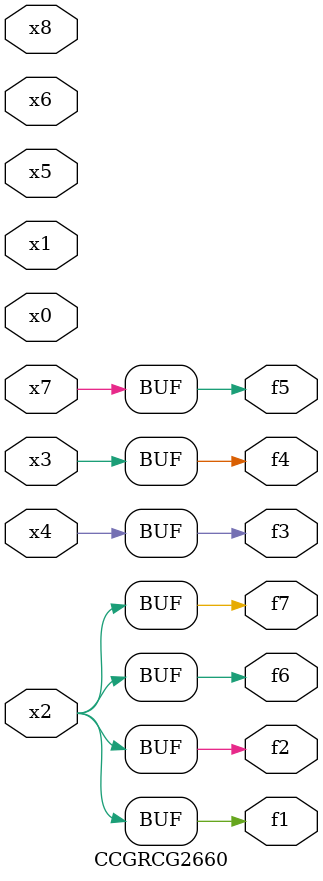
<source format=v>
module CCGRCG2660(
	input x0, x1, x2, x3, x4, x5, x6, x7, x8,
	output f1, f2, f3, f4, f5, f6, f7
);
	assign f1 = x2;
	assign f2 = x2;
	assign f3 = x4;
	assign f4 = x3;
	assign f5 = x7;
	assign f6 = x2;
	assign f7 = x2;
endmodule

</source>
